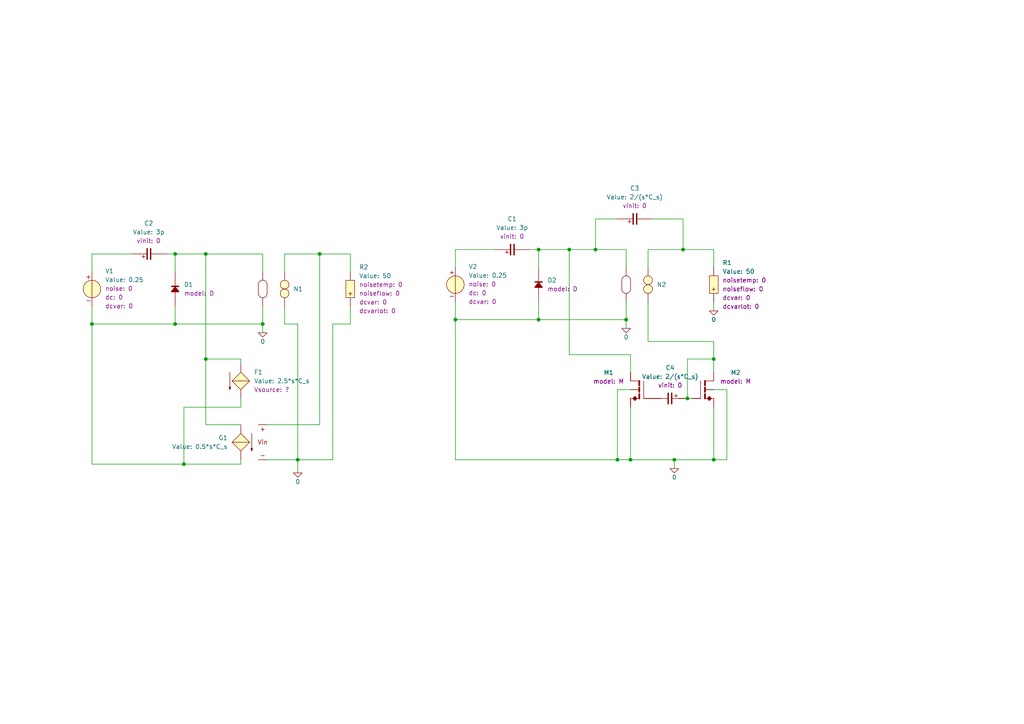
<source format=kicad_sch>
(kicad_sch (version 20250114) (generator "eeschema") (generator_version "9.0")
  (paper "A4")
  (lib_symbols
    (symbol "SLiCAP:C" (pin_numbers (hide yes)) (pin_names (offset 1.016) (hide yes))
      (property "Reference" "C?" (at 2.54 3.81 0))
      (property "Value" "?" (at 2.54 1.27 0) (show_name))
      (property "vinit" "0" (at 2.54 -1.27 0) (show_name))
      (symbol "C_0_0"
        (text "+" (at -0.762 1.651 0) (effects (font (size 1.27 1.27))))
      )
      (symbol "C_0_1"
        (polyline (pts (xy -1.524 0.508) (xy 1.524 0.508)) (stroke (width 0.381)))
        (polyline (pts (xy -1.524 -0.508) (xy 1.524 -0.508)) (stroke (width 0.381)))
        (polyline (pts (xy 0 2.54) (xy 0 0.508)))
        (polyline (pts (xy 0 -2.54) (xy 0 -0.508)))
      )
      (symbol "C_1_0"
        (pin passive line (at 0 5.08 270) (length 2.54) (name "1") (number "1"))
        (pin passive line (at 0 -5.08 90) (length 2.54) (name "2") (number "2"))
      )
    )
    (symbol "SLiCAP:D" (pin_numbers (hide yes)) (pin_names (offset 1.016) (hide yes))
      (property "Reference" "D?" (at 1.905 1.27 0))
      (property "model" "D" (at 1.905 -1.27 0) (show_name))
      (symbol "D_0_1"
        (polyline (pts (xy -1.016 -0.762) (xy 1.016 -0.762)) (stroke (width 0.381)))
        (polyline (pts (xy 0 2.54) (xy 0 0.762) (xy 0 1.016)))
        (polyline (pts (xy 0 -0.508) (xy -1.016 0.762) (xy 1.016 0.762) (xy 0 -0.508)) (stroke (width 0.381)) (fill (type outline)))
        (polyline (pts (xy 0 -2.54) (xy 0 -0.508)))
      )
      (symbol "D_1_0"
        (pin passive line (at 0 5.08 270) (length 2.54) (name "1") (number "1"))
        (pin passive line (at 0 -5.08 90) (length 2.54) (name "2") (number "2"))
      )
    )
    (symbol "SLiCAP:F" (pin_numbers (hide yes)) (pin_names (offset 0) (hide yes))
      (property "Reference" "F?" (at 3.048 2.032 0))
      (property "Value" "?" (at 3.302 -2.032 0) (show_name))
      (property "Vsource" "?" (at 3.302 0 0) (show_name))
      (symbol "F_0_1"
        (polyline (pts (xy -3.175 -2.54) (xy -3.175 2.54)))
        (polyline (pts (xy -3.175 -2.54) (xy -3.429 -1.778) (xy -2.921 -1.778) (xy -3.175 -2.54)) (fill (type outline)))
        (polyline (pts (xy -2.54 0) (xy 2.54 0)))
      )
      (symbol "F_1_0"
        (pin power_out line (at 0 5.08 270) (length 2.54) (name "outP") (number "1"))
        (pin power_out line (at 0 -5.08 90) (length 2.54) (name "outN") (number "2"))
      )
      (symbol "F_1_1"
        (polyline (pts (xy 0 2.54) (xy -2.54 0) (xy 0 -2.54) (xy 2.54 0) (xy 0 2.54)) (fill (type background)))
      )
    )
    (symbol "SLiCAP:G" (pin_numbers (hide yes)) (pin_names (offset 0) (hide yes))
      (property "Reference" "G?" (at 3.175 1.27 0))
      (property "Value" "?" (at 3.175 -1.27 0) (show_name))
      (symbol "G_0_0"
        (text "+" (at -6.35 3.81 0) (effects (font (size 1.27 1.27))))
        (text "-" (at -6.35 -3.81 0) (effects (font (size 1.27 1.27))))
        (pin power_out line (at 0 5.08 270) (length 2.54) (name "p") (number "1"))
      )
      (symbol "G_0_1"
        (polyline (pts (xy -3.175 -2.54) (xy -3.175 2.54)))
        (polyline (pts (xy -3.175 -2.54) (xy -3.429 -1.778) (xy -2.921 -1.778) (xy -3.175 -2.54)) (fill (type outline)))
        (polyline (pts (xy 2.54 0) (xy -2.54 0)))
      )
      (symbol "G_1_0"
        (pin power_out line (at 0 -5.08 90) (length 2.54) (name "outN") (number "2"))
      )
      (symbol "G_1_1"
        (polyline (pts (xy 0 2.54) (xy -2.54 0) (xy 0 -2.54) (xy 2.54 0) (xy 0 2.54)) (fill (type background)))
        (text "Vin" (at -6.35 0 0) (effects (font (size 1.27 1.27))))
        (pin input line (at -7.62 5.08 0) (length 2.54) (name "inp") (number "3"))
        (pin input line (at -7.62 -5.08 0) (length 2.54) (name "inN") (number "4"))
      )
    )
    (symbol "SLiCAP:GND" (power) (pin_numbers (hide yes)) (pin_names (offset 0) (hide yes))
      (property "Value" "0" (at 0 -2.54 0))
      (symbol "GND_0_1"
        (polyline (pts (xy -1.27 0) (xy 0 -1.27) (xy 1.27 0) (xy -1.27 0)))
      )
      (symbol "GND_1_1"
        (pin power_in line (at 0 0 0) (length 0) (name "~") (number "1"))
      )
    )
    (symbol "SLiCAP:M" (pin_numbers (hide yes)) (pin_names (offset 0) (hide yes))
      (property "Reference" "M?" (at 0.635 1.905 0))
      (property "model" "M" (at 0.635 -1.905 0) (show_name))
      (symbol "M_0_1"
        (polyline (pts (xy -3.81 -2.54) (xy -3.81 2.54)))
        (polyline (pts (xy -1.905 -2.54) (xy -1.27 -1.905) (xy -1.27 -3.175) (xy -1.905 -2.54)) (fill (type outline)))
        (polyline (pts (xy -0.635 -2.54) (xy -1.27 -1.905) (xy -1.27 -3.175) (xy -0.635 -2.54)) (fill (type outline)))
      )
      (symbol "M_1_0"
        (pin unspecified line (at -6.35 -2.54 0) (length 2.54) (name "G") (number "2"))
        (pin unspecified line (at 0 5.08 270) (length 2.54) (name "D") (number "1"))
        (pin unspecified line (at 0 0 180) (length 2.54) (name "B") (number "4"))
        (pin unspecified line (at 0 -5.08 90) (length 2.54) (name "S") (number "3"))
      )
      (symbol "M_1_1"
        (polyline (pts (xy -2.54 1.27) (xy -2.54 2.54)) (stroke (width 0.5)))
        (polyline (pts (xy -2.54 -0.635) (xy -2.54 0.635)) (stroke (width 0.5)))
        (polyline (pts (xy -2.54 -2.54) (xy -2.54 -1.27)) (stroke (width 0.5)))
        (polyline (pts (xy 0 2.54) (xy -2.54 2.54)))
        (polyline (pts (xy 0 -2.54) (xy -2.54 -2.54)))
      )
    )
    (symbol "SLiCAP:N" (pin_numbers (hide yes)) (pin_names (offset 0) (hide yes))
      (property "Reference" "N?" (at 1.905 0 0))
      (symbol "N_0_1"
        (polyline (pts (xy -7.62 1.27) (xy -7.62 -1.27)))
        (arc (start -5.08 -1.27) (mid -5.452 -2.168) (end -6.35 -2.54))
        (arc (start -6.3499 2.5401) (mid -5.4519 2.1681) (end -5.0799 1.2701))
        (arc (start -6.35 -2.54) (mid -7.248 -2.168) (end -7.62 -1.27))
        (arc (start -7.6199 1.2701) (mid -7.2479 2.1681) (end -6.3499 2.5401))
      )
      (symbol "N_1_0"
        (pin power_out line (at 0 5.08 270) (length 2.54) (name "outP") (number "1"))
        (pin power_out line (at 0 -5.08 90) (length 2.54) (name "outN") (number "2"))
      )
      (symbol "N_1_1"
        (polyline (pts (xy -5.08 1.27) (xy -5.08 -1.27)) (fill (type background)))
        (circle (center 0 1.27) (radius 1.27) (fill (type background)))
        (circle (center 0 -1.27) (radius 1.27) (fill (type background)))
        (pin input line (at -6.35 5.08 270) (length 2.54) (name "inp") (number "3"))
        (pin input line (at -6.35 -5.08 90) (length 2.54) (name "inN") (number "4"))
      )
    )
    (symbol "SLiCAP:R" (pin_numbers (hide yes)) (pin_names (offset 1.016) (hide yes))
      (property "Reference" "R?" (at 1.905 3.81 0))
      (property "Value" "?" (at 1.905 1.905 0) (show_name))
      (property "noisetemp" "0" (at 1.905 0 0) (show_name))
      (property "noiseflow" "0" (at 15.24 0 0) (show_name))
      (property "dcvar" "0" (at 1.905 -1.905 0) (show_name))
      (property "dcvarlot" "0" (at 15.24 -1.905 0) (show_name))
      (symbol "R_0_0"
        (text "+" (at 0 1.27 0) (effects (font (size 1.27 1.27))))
      )
      (symbol "R_1_0"
        (pin passive line (at 0 5.08 270) (length 2.54) (name "1") (number "1"))
        (pin passive line (at 0 -5.08 90) (length 2.54) (name "2") (number "2"))
      )
      (symbol "R_1_1"
        (rectangle (start -1.27 2.54) (end 1.27 -2.54) (fill (type background)))
      )
    )
    (symbol "SLiCAP:V" (pin_numbers (hide yes)) (pin_names (offset 0) (hide yes))
      (property "Reference" "V?" (at 3.175 4.445 0))
      (property "Value" "?" (at 3.175 2.54 0) (show_name))
      (property "noise" "0" (at 3.175 -3.175 0) (show_name))
      (property "dc" "0" (at 3.175 0.635 0) (show_name))
      (property "dcvar" "0" (at 3.175 -1.27 0) (show_name))
      (symbol "V_0_0"
        (text "+" (at -1.016 3.556 0) (effects (font (size 1.27 1.27))))
        (text "-" (at -1.016 -3.302 0) (effects (font (size 1.27 1.27))))
        (pin power_out line (at 0 5.08 270) (length 2.54) (name "p") (number "1"))
        (pin power_out line (at 0 -5.08 90) (length 2.54) (name "n") (number "2"))
      )
      (symbol "V_0_1"
        (polyline (pts (xy 0 2.54) (xy 0 -2.54)))
      )
      (symbol "V_1_0"
        (circle (center 0 0) (radius 2.54) (fill (type background)))
      )
    )
  )
  (junction (at 76.2 93.98))
  (junction (at 181.61 92.71))
  (junction (at 198.12 72.39))
  (junction (at 207.01 104.14))
  (junction (at 26.67 93.98))
  (junction (at 156.21 92.71))
  (junction (at 172.72 72.39))
  (junction (at 156.21 72.39))
  (junction (at 92.71 73.66))
  (junction (at 195.58 133.35))
  (junction (at 59.69 73.66))
  (junction (at 165.1 72.39))
  (junction (at 59.69 104.14))
  (junction (at 50.8 93.98))
  (junction (at 50.8 73.66))
  (junction (at 179.07 133.35))
  (junction (at 86.36 133.35))
  (junction (at 182.88 133.35))
  (junction (at 207.01 133.35))
  (junction (at 199.39 115.57))
  (junction (at 53.34 134.62))
  (junction (at 132.08 92.71))
  (wire (pts (xy 172.72 63.5) (xy 172.72 72.39)))
  (wire (pts (xy 50.8 88.9) (xy 50.8 93.98)))
  (wire (pts (xy 156.21 72.39) (xy 156.21 77.47)))
  (wire (pts (xy 86.36 93.98) (xy 86.36 133.35)))
  (wire (pts (xy 182.88 118.11) (xy 182.88 133.35)))
  (wire (pts (xy 82.55 93.98) (xy 86.36 93.98)))
  (wire (pts (xy 82.55 73.66) (xy 82.55 78.74)))
  (wire (pts (xy 187.96 72.39) (xy 198.12 72.39)))
  (wire (pts (xy 82.55 73.66) (xy 92.71 73.66)))
  (wire (pts (xy 182.88 113.03) (xy 179.07 113.03)))
  (wire (pts (xy 26.67 88.9) (xy 26.67 93.98)))
  (wire (pts (xy 92.71 73.66) (xy 101.6 73.66)))
  (wire (pts (xy 77.47 133.35) (xy 86.36 133.35)))
  (wire (pts (xy 96.52 133.35) (xy 96.52 93.98)))
  (wire (pts (xy 210.82 113.03) (xy 210.82 133.35)))
  (wire (pts (xy 132.08 133.35) (xy 179.07 133.35)))
  (wire (pts (xy 69.85 118.11) (xy 53.34 118.11)))
  (wire (pts (xy 198.12 72.39) (xy 207.01 72.39)))
  (wire (pts (xy 82.55 88.9) (xy 82.55 93.98)))
  (wire (pts (xy 132.08 133.35) (xy 132.08 92.71)))
  (wire (pts (xy 132.08 92.71) (xy 156.21 92.71)))
  (wire (pts (xy 165.1 72.39) (xy 172.72 72.39)))
  (wire (pts (xy 207.01 104.14) (xy 199.39 104.14)))
  (wire (pts (xy 96.52 93.98) (xy 101.6 93.98)))
  (wire (pts (xy 156.21 92.71) (xy 181.61 92.71)))
  (wire (pts (xy 207.01 133.35) (xy 195.58 133.35)))
  (wire (pts (xy 207.01 118.11) (xy 207.01 133.35)))
  (wire (pts (xy 207.01 104.14) (xy 207.01 107.95)))
  (wire (pts (xy 50.8 73.66) (xy 48.26 73.66)))
  (wire (pts (xy 50.8 73.66) (xy 50.8 78.74)))
  (wire (pts (xy 207.01 113.03) (xy 210.82 113.03)))
  (wire (pts (xy 86.36 133.35) (xy 96.52 133.35)))
  (wire (pts (xy 26.67 78.74) (xy 26.67 73.66)))
  (wire (pts (xy 69.85 115.57) (xy 69.85 118.11)))
  (wire (pts (xy 76.2 78.74) (xy 76.2 73.66)))
  (wire (pts (xy 210.82 133.35) (xy 207.01 133.35)))
  (wire (pts (xy 26.67 73.66) (xy 38.1 73.66)))
  (wire (pts (xy 26.67 134.62) (xy 26.67 93.98)))
  (wire (pts (xy 165.1 102.87) (xy 182.88 102.87)))
  (wire (pts (xy 69.85 133.35) (xy 69.85 134.62)))
  (wire (pts (xy 198.12 63.5) (xy 198.12 72.39)))
  (wire (pts (xy 207.01 99.06) (xy 207.01 104.14)))
  (wire (pts (xy 101.6 93.98) (xy 101.6 88.9)))
  (wire (pts (xy 182.88 102.87) (xy 182.88 107.95)))
  (wire (pts (xy 207.01 87.63) (xy 207.01 90.17)))
  (wire (pts (xy 181.61 87.63) (xy 181.61 92.71)))
  (wire (pts (xy 189.23 63.5) (xy 198.12 63.5)))
  (wire (pts (xy 53.34 118.11) (xy 53.34 134.62)))
  (wire (pts (xy 187.96 72.39) (xy 187.96 77.47)))
  (wire (pts (xy 59.69 104.14) (xy 59.69 123.19)))
  (wire (pts (xy 101.6 73.66) (xy 101.6 78.74)))
  (wire (pts (xy 26.67 134.62) (xy 53.34 134.62)))
  (wire (pts (xy 59.69 104.14) (xy 59.69 73.66)))
  (wire (pts (xy 181.61 77.47) (xy 181.61 72.39)))
  (wire (pts (xy 53.34 134.62) (xy 69.85 134.62)))
  (wire (pts (xy 207.01 72.39) (xy 207.01 77.47)))
  (wire (pts (xy 26.67 93.98) (xy 50.8 93.98)))
  (wire (pts (xy 59.69 123.19) (xy 69.85 123.19)))
  (wire (pts (xy 179.07 133.35) (xy 182.88 133.35)))
  (wire (pts (xy 77.47 123.19) (xy 92.71 123.19)))
  (wire (pts (xy 179.07 63.5) (xy 172.72 63.5)))
  (wire (pts (xy 132.08 87.63) (xy 132.08 92.71)))
  (wire (pts (xy 156.21 87.63) (xy 156.21 92.71)))
  (wire (pts (xy 195.58 133.35) (xy 195.58 135.89)))
  (wire (pts (xy 76.2 93.98) (xy 76.2 96.52)))
  (wire (pts (xy 172.72 72.39) (xy 181.61 72.39)))
  (wire (pts (xy 179.07 113.03) (xy 179.07 133.35)))
  (wire (pts (xy 50.8 73.66) (xy 59.69 73.66)))
  (wire (pts (xy 195.58 133.35) (xy 182.88 133.35)))
  (wire (pts (xy 187.96 99.06) (xy 207.01 99.06)))
  (wire (pts (xy 92.71 73.66) (xy 92.71 123.19)))
  (wire (pts (xy 187.96 87.63) (xy 187.96 99.06)))
  (wire (pts (xy 132.08 77.47) (xy 132.08 72.39)))
  (wire (pts (xy 199.39 104.14) (xy 199.39 115.57)))
  (wire (pts (xy 86.36 133.35) (xy 86.36 137.16)))
  (wire (pts (xy 59.69 104.14) (xy 69.85 104.14)))
  (wire (pts (xy 165.1 102.87) (xy 165.1 72.39)))
  (wire (pts (xy 76.2 88.9) (xy 76.2 93.98)))
  (wire (pts (xy 59.69 73.66) (xy 76.2 73.66)))
  (wire (pts (xy 69.85 104.14) (xy 69.85 105.41)))
  (wire (pts (xy 132.08 72.39) (xy 143.51 72.39)))
  (wire (pts (xy 181.61 92.71) (xy 181.61 95.25)))
  (wire (pts (xy 50.8 93.98) (xy 76.2 93.98)))
  (wire (pts (xy 156.21 72.39) (xy 153.67 72.39)))
  (wire (pts (xy 199.39 115.57) (xy 200.66 115.57)))
  (wire (pts (xy 156.21 72.39) (xy 165.1 72.39)))
  (symbol (lib_id "SLiCAP:GND") (at 181.61 95.25 0) (unit 1)
    (property "Reference" "#03" (effects (hide yes)))
    (property "Value" "0" (at 181.61 97.79 0))
    (property "Description" "0V reference potential" (effects (hide yes)))
  )
  (symbol (lib_id "SLiCAP:N") (at 187.96 82.55 0) (unit 1)
    (property "Reference" "N2" (at 190.5 82.5498 0) (effects (justify left)))
    (property "Description" "Nullor" (effects (hide yes)))
    (property "model" "N" (effects (hide yes)))
  )
  (symbol (lib_id "SLiCAP:F") (at 69.85 110.49 0) (unit 1)
    (property "Reference" "F1" (at 73.66 107.9499 0) (effects (justify left)))
    (property "Value" "2.5*s*C_s" (at 73.66 110.4899 0) (show_name yes) (effects (justify left)))
    (property "Description" "Current-controlled current source" (effects (hide yes)))
    (property "model" "F" (effects (hide yes)))
    (property "Vsource" "?" (at 73.66 113.0299 0) (show_name yes) (effects (justify left)))
  )
  (symbol (lib_id "SLiCAP:GND") (at 207.01 90.17 0) (unit 1)
    (property "Reference" "#05" (effects (hide yes)))
    (property "Value" "0" (at 207.01 92.71 0))
    (property "Description" "0V reference potential" (effects (hide yes)))
  )
  (symbol (lib_id "SLiCAP:R") (at 101.6 83.82 180) (unit 1)
    (property "Reference" "R2" (at 104.14 77.4699 0) (effects (justify right)))
    (property "Value" "50" (at 104.14 80.0099 0) (show_name yes) (effects (justify right)))
    (property "Description" "Resistor (cannot have zero resistance)" (effects (hide yes)))
    (property "model" "R" (effects (hide yes)))
    (property "noisetemp" "0" (at 104.14 82.5499 0) (show_name yes) (effects (justify right)))
    (property "noiseflow" "0" (at 104.14 85.0899 0) (show_name yes) (effects (justify right)))
    (property "dcvar" "0" (at 104.14 87.6299 0) (show_name yes) (effects (justify right)))
    (property "dcvarlot" "0" (at 104.14 90.1699 0) (show_name yes) (effects (justify right)))
  )
  (symbol (lib_id "SLiCAP:G") (at 69.85 128.27 0) (mirror y) (unit 1)
    (property "Reference" "G1" (at 66.04 126.9999 0) (effects (justify left)))
    (property "Value" "0.5*s*C_s" (at 66.04 129.5399 0) (show_name yes) (effects (justify left)))
    (property "Description" "Voltage-controlled current source" (effects (hide yes)))
    (property "model" "G" (effects (hide yes)))
  )
  (symbol (lib_id "SLiCAP:D") (at 50.8 83.82 180) (unit 1)
    (property "Reference" "D1" (at 53.34 82.5499 0) (effects (justify right)))
    (property "Description" "Diode (small-signal model)" (effects (hide yes)))
    (property "model" "D" (at 53.34 85.0899 0) (show_name yes) (effects (justify right)))
  )
  (symbol (lib_id "SLiCAP:M") (at 182.88 113.03 0) (mirror y) (unit 1)
    (property "Reference" "M1" (at 176.53 108.0768 0))
    (property "Description" "MOSFET (small-signal N or P channel)" (effects (hide yes)))
    (property "model" "M" (at 176.53 110.6168 0) (show_name yes))
  )
  (symbol (lib_id "SLiCAP:GND") (at 195.58 135.89 0) (unit 1)
    (property "Reference" "#04" (effects (hide yes)))
    (property "Value" "0" (at 195.58 138.43 0))
    (property "Description" "0V reference potential" (effects (hide yes)))
  )
  (symbol (lib_id "SLiCAP:V") (at 26.67 83.82 0) (unit 1)
    (property "Reference" "V1" (at 30.48 78.6129 0) (effects (justify left)))
    (property "Value" "0.25" (at 30.48 81.1529 0) (show_name yes) (effects (justify left)))
    (property "Description" "Independent voltage source" (effects (hide yes)))
    (property "noise" "0" (at 30.48 83.6929 0) (show_name yes) (effects (justify left)))
    (property "dc" "0" (at 30.48 86.2329 0) (show_name yes) (effects (justify left)))
    (property "dcvar" "0" (at 30.48 88.7729 0) (show_name yes) (effects (justify left)))
    (property "model" "V" (effects (hide yes)))
  )
  (symbol (lib_id "SLiCAP:R") (at 207.01 82.55 180) (unit 1)
    (property "Reference" "R1" (at 209.55 76.1999 0) (effects (justify right)))
    (property "Value" "50" (at 209.55 78.7399 0) (show_name yes) (effects (justify right)))
    (property "Description" "Resistor (cannot have zero resistance)" (effects (hide yes)))
    (property "model" "R" (effects (hide yes)))
    (property "noisetemp" "0" (at 209.55 81.2799 0) (show_name yes) (effects (justify right)))
    (property "noiseflow" "0" (at 209.55 83.8199 0) (show_name yes) (effects (justify right)))
    (property "dcvar" "0" (at 209.55 86.3599 0) (show_name yes) (effects (justify right)))
    (property "dcvarlot" "0" (at 209.55 88.8999 0) (show_name yes) (effects (justify right)))
  )
  (symbol (lib_id "SLiCAP:C") (at 148.59 72.39 90) (unit 1)
    (property "Reference" "C1" (at 148.5237 63.5 90))
    (property "Value" "3p" (at 148.5237 66.04 90) (show_name yes))
    (property "Description" "Capacitor" (effects (hide yes)))
    (property "model" "C" (effects (hide yes)))
    (property "vinit" "0" (at 148.5237 68.58 90) (show_name yes))
  )
  (symbol (lib_id "SLiCAP:C") (at 194.31 115.57 270) (unit 1)
    (property "Reference" "C4" (at 194.3763 106.68 90))
    (property "Value" "2/(s*C_s)" (at 194.3763 109.22 90) (show_name yes))
    (property "Description" "Capacitor" (effects (hide yes)))
    (property "model" "C" (effects (hide yes)))
    (property "vinit" "0" (at 194.3763 111.76 90) (show_name yes))
  )
  (symbol (lib_id "SLiCAP:GND") (at 86.36 137.16 0) (unit 1)
    (property "Reference" "#02" (effects (hide yes)))
    (property "Value" "0" (at 86.36 139.7 0))
    (property "Description" "0V reference potential" (effects (hide yes)))
  )
  (symbol (lib_id "SLiCAP:N") (at 82.55 83.82 0) (unit 1)
    (property "Reference" "N1" (at 85.09 83.8198 0) (effects (justify left)))
    (property "Description" "Nullor" (effects (hide yes)))
    (property "model" "N" (effects (hide yes)))
  )
  (symbol (lib_id "SLiCAP:GND") (at 76.2 96.52 0) (unit 1)
    (property "Reference" "#01" (effects (hide yes)))
    (property "Value" "0" (at 76.2 99.06 0))
    (property "Description" "0V reference potential" (effects (hide yes)))
  )
  (symbol (lib_id "SLiCAP:M") (at 207.01 113.03 0) (unit 1)
    (property "Reference" "M2" (at 213.36 108.0768 0))
    (property "Description" "MOSFET (small-signal N or P channel)" (effects (hide yes)))
    (property "model" "M" (at 213.36 110.6168 0) (show_name yes))
  )
  (symbol (lib_id "SLiCAP:V") (at 132.08 82.55 0) (unit 1)
    (property "Reference" "V2" (at 135.89 77.3429 0) (effects (justify left)))
    (property "Value" "0.25" (at 135.89 79.8829 0) (show_name yes) (effects (justify left)))
    (property "Description" "Independent voltage source" (effects (hide yes)))
    (property "noise" "0" (at 135.89 82.4229 0) (show_name yes) (effects (justify left)))
    (property "dc" "0" (at 135.89 84.9629 0) (show_name yes) (effects (justify left)))
    (property "dcvar" "0" (at 135.89 87.5029 0) (show_name yes) (effects (justify left)))
    (property "model" "V" (effects (hide yes)))
  )
  (symbol (lib_id "SLiCAP:D") (at 156.21 82.55 180) (unit 1)
    (property "Reference" "D2" (at 158.75 81.2799 0) (effects (justify right)))
    (property "Description" "Diode (small-signal model)" (effects (hide yes)))
    (property "model" "D" (at 158.75 83.8199 0) (show_name yes) (effects (justify right)))
  )
  (symbol (lib_id "SLiCAP:C") (at 184.15 63.5 90) (unit 1)
    (property "Reference" "C3" (at 184.0837 54.61 90))
    (property "Value" "2/(s*C_s)" (at 184.0837 57.15 90) (show_name yes))
    (property "Description" "Capacitor" (effects (hide yes)))
    (property "model" "C" (effects (hide yes)))
    (property "vinit" "0" (at 184.0837 59.69 90) (show_name yes))
  )
  (symbol (lib_id "SLiCAP:C") (at 43.18 73.66 90) (unit 1)
    (property "Reference" "C2" (at 43.1137 64.77 90))
    (property "Value" "3p" (at 43.1137 67.31 90) (show_name yes))
    (property "Description" "Capacitor" (effects (hide yes)))
    (property "model" "C" (effects (hide yes)))
    (property "vinit" "0" (at 43.1137 69.85 90) (show_name yes))
  )
)
</source>
